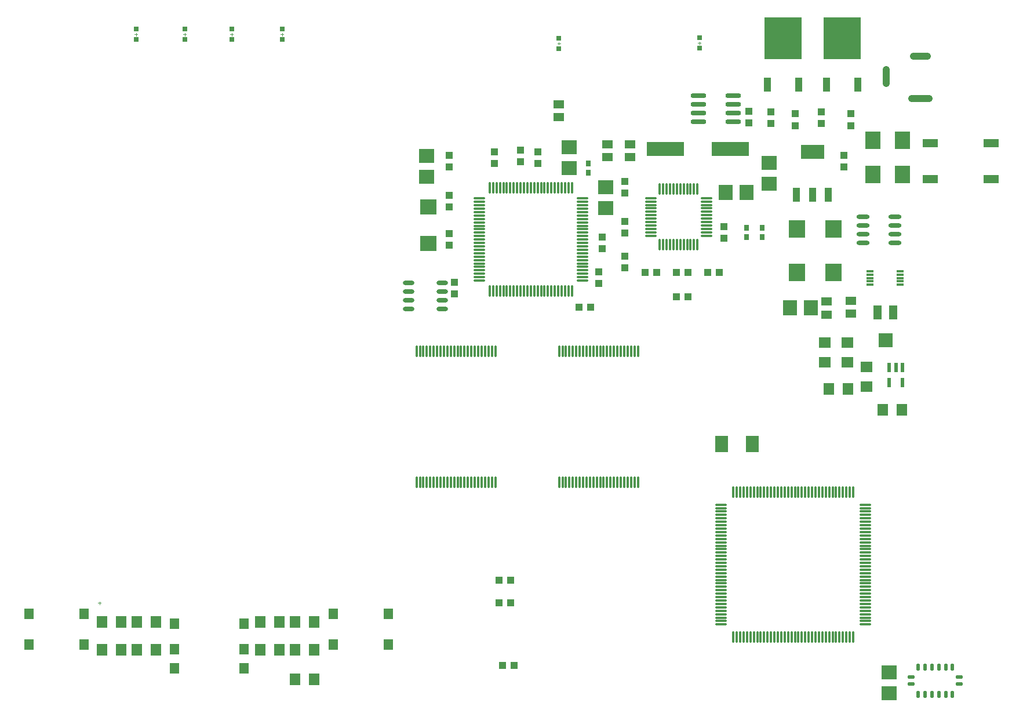
<source format=gtp>
G04 Layer_Color=8421504*
%FSLAX44Y44*%
%MOMM*%
G71*
G01*
G75*
%ADD10O,0.3000X1.7000*%
%ADD11R,1.1000X1.0000*%
%ADD12R,2.2000X2.6000*%
%ADD13R,1.0000X1.1000*%
%ADD14R,1.5000X1.3000*%
%ADD15O,0.3000X1.8000*%
%ADD16O,1.8000X0.3000*%
%ADD17R,2.4000X2.6000*%
%ADD18R,1.9000X2.4000*%
%ADD19R,1.4000X1.6000*%
%ADD20O,1.0500X0.5500*%
%ADD21O,0.5500X1.0500*%
%ADD22O,1.9000X0.6000*%
%ADD23R,1.0389X0.3404*%
%ADD24R,1.3000X2.0000*%
%ADD25R,2.0000X2.0000*%
%ADD26R,2.1844X1.2700*%
%ADD27R,0.8000X0.8000*%
%ADD28R,1.6000X1.8000*%
%ADD29R,1.8000X1.6000*%
%ADD30R,0.5500X1.4500*%
%ADD31R,0.5500X1.4500*%
%ADD32R,2.0000X2.2000*%
%ADD33O,1.7000X0.6000*%
%ADD34R,2.2000X2.0000*%
%ADD35R,0.8000X0.9000*%
%ADD36R,1.4000X1.5000*%
%ADD37O,2.3000X0.7000*%
%ADD38R,5.5000X2.0000*%
%ADD39R,2.4000X2.3000*%
%ADD40R,1.1000X2.1500*%
%ADD41R,1.1000X2.1500*%
%ADD42R,3.5000X2.1500*%
%ADD43R,5.4000X6.2000*%
%ADD44R,1.0000X2.1000*%
%ADD47C,0.1000*%
%ADD48C,1.0000*%
D10*
X541940Y282460D02*
D03*
X546940D02*
D03*
X551940D02*
D03*
X556940D02*
D03*
X561940D02*
D03*
X566940D02*
D03*
X571940D02*
D03*
X576940D02*
D03*
X581940D02*
D03*
X586940D02*
D03*
X591940D02*
D03*
X596940D02*
D03*
X601940D02*
D03*
X606940D02*
D03*
X611940D02*
D03*
X616940D02*
D03*
X621940D02*
D03*
X626940D02*
D03*
X631940D02*
D03*
X636940D02*
D03*
X641940D02*
D03*
X646940D02*
D03*
X651940D02*
D03*
X656940D02*
D03*
X541940Y474460D02*
D03*
X546940D02*
D03*
X551940D02*
D03*
X556940D02*
D03*
X561940D02*
D03*
X566940D02*
D03*
X571940D02*
D03*
X576940D02*
D03*
X581940D02*
D03*
X586940D02*
D03*
X591940D02*
D03*
X596940D02*
D03*
X601940D02*
D03*
X606940D02*
D03*
X611940D02*
D03*
X616940D02*
D03*
X621940D02*
D03*
X626940D02*
D03*
X631940D02*
D03*
X636940D02*
D03*
X641940D02*
D03*
X646940D02*
D03*
X651940D02*
D03*
X656940D02*
D03*
X865220Y474459D02*
D03*
X860220D02*
D03*
X855220D02*
D03*
X850220D02*
D03*
X845220D02*
D03*
X840220D02*
D03*
X835220D02*
D03*
X830220D02*
D03*
X825220D02*
D03*
X820220D02*
D03*
X815220D02*
D03*
X810220D02*
D03*
X805220D02*
D03*
X800220D02*
D03*
X795220D02*
D03*
X790220D02*
D03*
X785220D02*
D03*
X780220D02*
D03*
X775220D02*
D03*
X770220D02*
D03*
X765220D02*
D03*
X760220D02*
D03*
X755220D02*
D03*
X750220D02*
D03*
X865220Y282460D02*
D03*
X860220D02*
D03*
X855220D02*
D03*
X850220D02*
D03*
X845220D02*
D03*
X840220D02*
D03*
X835220D02*
D03*
X830220D02*
D03*
X825220D02*
D03*
X820220D02*
D03*
X815220D02*
D03*
X810220D02*
D03*
X805220D02*
D03*
X800220D02*
D03*
X795220D02*
D03*
X790220D02*
D03*
X785220D02*
D03*
X780220D02*
D03*
X775220D02*
D03*
X770220D02*
D03*
X765220D02*
D03*
X760220D02*
D03*
X755220D02*
D03*
X750220D02*
D03*
D11*
X778900Y538480D02*
D03*
X795900D02*
D03*
X667300Y15080D02*
D03*
X684300D02*
D03*
X679220Y139540D02*
D03*
X662220D02*
D03*
X679220Y106520D02*
D03*
X662220D02*
D03*
X875580Y589120D02*
D03*
X892580D02*
D03*
X938300D02*
D03*
X921300D02*
D03*
X938300Y553560D02*
D03*
X921300D02*
D03*
X983860Y589280D02*
D03*
X966860D02*
D03*
D12*
X1251660Y732680D02*
D03*
Y782680D02*
D03*
X1208640Y782520D02*
D03*
Y732520D02*
D03*
D13*
X807720Y590160D02*
D03*
Y573160D02*
D03*
X693580Y750800D02*
D03*
Y767800D02*
D03*
X845980Y705080D02*
D03*
Y722080D02*
D03*
Y663660D02*
D03*
Y646660D02*
D03*
X589440Y743180D02*
D03*
Y760180D02*
D03*
X596900Y557920D02*
D03*
Y574920D02*
D03*
X718980Y765260D02*
D03*
Y748260D02*
D03*
X589440Y628880D02*
D03*
Y645880D02*
D03*
Y684760D02*
D03*
Y701760D02*
D03*
X655480Y765260D02*
D03*
Y748260D02*
D03*
X812960Y623800D02*
D03*
Y640800D02*
D03*
X1027460Y824480D02*
D03*
Y807480D02*
D03*
X845980Y595860D02*
D03*
Y612860D02*
D03*
X990760Y656040D02*
D03*
Y639040D02*
D03*
X1176000Y820855D02*
D03*
Y803856D02*
D03*
X1094720D02*
D03*
Y820855D02*
D03*
X1059180Y823840D02*
D03*
Y806840D02*
D03*
X1132840Y823840D02*
D03*
Y806840D02*
D03*
X1165860Y743340D02*
D03*
Y760340D02*
D03*
D14*
X749300Y835000D02*
D03*
Y816000D02*
D03*
X1176020Y547980D02*
D03*
Y528980D02*
D03*
X820580Y757420D02*
D03*
Y776420D02*
D03*
X853600D02*
D03*
Y757420D02*
D03*
X1140818Y527814D02*
D03*
Y546814D02*
D03*
D15*
X648820Y712880D02*
D03*
X653820D02*
D03*
X658820D02*
D03*
X663820D02*
D03*
X668820D02*
D03*
X673820D02*
D03*
X678820D02*
D03*
X683820D02*
D03*
X688820D02*
D03*
X693820D02*
D03*
X698820D02*
D03*
X703820D02*
D03*
X708820D02*
D03*
X713820D02*
D03*
X718820D02*
D03*
X723820D02*
D03*
X728820D02*
D03*
X733820D02*
D03*
X738820D02*
D03*
X743820D02*
D03*
X748820D02*
D03*
X753820D02*
D03*
X758820D02*
D03*
X763820D02*
D03*
X768820D02*
D03*
Y561880D02*
D03*
X763820D02*
D03*
X758820D02*
D03*
X753820D02*
D03*
X748820D02*
D03*
X743820D02*
D03*
X738820D02*
D03*
X733820D02*
D03*
X728820D02*
D03*
X723820D02*
D03*
X718820D02*
D03*
X713820D02*
D03*
X708820D02*
D03*
X703820D02*
D03*
X698820D02*
D03*
X693820D02*
D03*
X688820D02*
D03*
X683820D02*
D03*
X678820D02*
D03*
X673820D02*
D03*
X668820D02*
D03*
X663820D02*
D03*
X658820D02*
D03*
X653820D02*
D03*
X648820D02*
D03*
X1004700Y268060D02*
D03*
X1009700D02*
D03*
X1014700D02*
D03*
X1019700D02*
D03*
X1024700D02*
D03*
X1029700D02*
D03*
X1034700D02*
D03*
X1039700D02*
D03*
X1044700D02*
D03*
X1049700D02*
D03*
X1054700D02*
D03*
X1059700D02*
D03*
X1064700D02*
D03*
X1069700D02*
D03*
X1074700D02*
D03*
X1079700D02*
D03*
X1084700D02*
D03*
X1089700D02*
D03*
X1094700D02*
D03*
X1099700D02*
D03*
X1104700D02*
D03*
X1109700D02*
D03*
X1114700D02*
D03*
X1119700D02*
D03*
X1124700D02*
D03*
X1129700D02*
D03*
X1134700D02*
D03*
X1139700D02*
D03*
X1144700D02*
D03*
X1149700D02*
D03*
X1154700D02*
D03*
X1159700D02*
D03*
X1164700D02*
D03*
X1169700D02*
D03*
X1174700D02*
D03*
X1179700D02*
D03*
Y57060D02*
D03*
X1174700D02*
D03*
X1169700D02*
D03*
X1164700D02*
D03*
X1159700D02*
D03*
X1154700D02*
D03*
X1149700D02*
D03*
X1144700D02*
D03*
X1139700D02*
D03*
X1134700D02*
D03*
X1129700D02*
D03*
X1124700D02*
D03*
X1119700D02*
D03*
X1114700D02*
D03*
X1109700D02*
D03*
X1104700D02*
D03*
X1099700D02*
D03*
X1094700D02*
D03*
X1089700D02*
D03*
X1084700D02*
D03*
X1079700D02*
D03*
X1074700D02*
D03*
X1069700D02*
D03*
X1064700D02*
D03*
X1059700D02*
D03*
X1054700D02*
D03*
X1049700D02*
D03*
X1044700D02*
D03*
X1039700D02*
D03*
X1034700D02*
D03*
X1029700D02*
D03*
X1024700D02*
D03*
X1019700D02*
D03*
X1014700D02*
D03*
X1009700D02*
D03*
X1004700D02*
D03*
X897220Y629900D02*
D03*
X902220D02*
D03*
X907220D02*
D03*
X912220D02*
D03*
X917220D02*
D03*
X922220D02*
D03*
X927220D02*
D03*
X932220D02*
D03*
X937220D02*
D03*
X942220D02*
D03*
X947220D02*
D03*
X952220D02*
D03*
Y710900D02*
D03*
X947220D02*
D03*
X942220D02*
D03*
X937220D02*
D03*
X932220D02*
D03*
X927220D02*
D03*
X922220D02*
D03*
X917220D02*
D03*
X912220D02*
D03*
X907220D02*
D03*
X902220D02*
D03*
X897220D02*
D03*
D16*
X784320Y697380D02*
D03*
Y692380D02*
D03*
Y687380D02*
D03*
Y682380D02*
D03*
Y677380D02*
D03*
Y672380D02*
D03*
Y667380D02*
D03*
Y662380D02*
D03*
Y657380D02*
D03*
Y652380D02*
D03*
Y647380D02*
D03*
Y642380D02*
D03*
Y637380D02*
D03*
Y632380D02*
D03*
Y627380D02*
D03*
Y622380D02*
D03*
Y617380D02*
D03*
Y612380D02*
D03*
Y607380D02*
D03*
Y602380D02*
D03*
Y597380D02*
D03*
Y592380D02*
D03*
Y587380D02*
D03*
Y582380D02*
D03*
Y577380D02*
D03*
X633320D02*
D03*
Y582380D02*
D03*
Y587380D02*
D03*
Y592380D02*
D03*
Y597380D02*
D03*
Y602380D02*
D03*
Y607380D02*
D03*
Y612380D02*
D03*
Y617380D02*
D03*
Y622380D02*
D03*
Y627380D02*
D03*
Y632380D02*
D03*
Y637380D02*
D03*
Y642380D02*
D03*
Y647380D02*
D03*
Y652380D02*
D03*
Y657380D02*
D03*
Y662380D02*
D03*
Y667380D02*
D03*
Y672380D02*
D03*
Y677380D02*
D03*
Y682380D02*
D03*
Y687380D02*
D03*
Y692380D02*
D03*
Y697380D02*
D03*
X1197700Y250060D02*
D03*
Y245060D02*
D03*
Y240060D02*
D03*
Y235060D02*
D03*
Y230060D02*
D03*
Y225060D02*
D03*
Y220060D02*
D03*
Y215060D02*
D03*
Y210060D02*
D03*
Y205060D02*
D03*
Y200060D02*
D03*
Y195060D02*
D03*
Y190060D02*
D03*
Y185060D02*
D03*
Y180060D02*
D03*
Y175060D02*
D03*
Y170060D02*
D03*
Y165060D02*
D03*
Y160060D02*
D03*
Y155060D02*
D03*
Y150060D02*
D03*
Y145060D02*
D03*
Y140060D02*
D03*
Y135060D02*
D03*
Y130060D02*
D03*
Y125060D02*
D03*
Y120060D02*
D03*
Y115060D02*
D03*
Y110060D02*
D03*
Y105060D02*
D03*
Y100060D02*
D03*
Y95060D02*
D03*
Y90060D02*
D03*
Y85060D02*
D03*
Y80060D02*
D03*
Y75060D02*
D03*
X986700D02*
D03*
Y80060D02*
D03*
Y85060D02*
D03*
Y90060D02*
D03*
Y95060D02*
D03*
Y100060D02*
D03*
Y105060D02*
D03*
Y110060D02*
D03*
Y115060D02*
D03*
Y120060D02*
D03*
Y125060D02*
D03*
Y130060D02*
D03*
Y135060D02*
D03*
Y140060D02*
D03*
Y145060D02*
D03*
Y150060D02*
D03*
Y155060D02*
D03*
Y160060D02*
D03*
Y165060D02*
D03*
Y170060D02*
D03*
Y175060D02*
D03*
Y180060D02*
D03*
Y185060D02*
D03*
Y190060D02*
D03*
Y195060D02*
D03*
Y200060D02*
D03*
Y205060D02*
D03*
Y210060D02*
D03*
Y215060D02*
D03*
Y220060D02*
D03*
Y225060D02*
D03*
Y230060D02*
D03*
Y235060D02*
D03*
Y240060D02*
D03*
Y245060D02*
D03*
Y250060D02*
D03*
X884220Y697900D02*
D03*
Y692900D02*
D03*
Y687900D02*
D03*
Y682900D02*
D03*
Y677900D02*
D03*
Y672900D02*
D03*
Y667900D02*
D03*
Y662900D02*
D03*
Y657900D02*
D03*
Y652900D02*
D03*
Y647900D02*
D03*
Y642900D02*
D03*
X965220D02*
D03*
Y647900D02*
D03*
Y652900D02*
D03*
Y657900D02*
D03*
Y662900D02*
D03*
Y667900D02*
D03*
Y672900D02*
D03*
Y677900D02*
D03*
Y682900D02*
D03*
Y687900D02*
D03*
Y692900D02*
D03*
Y697900D02*
D03*
D17*
X1150978Y653134D02*
D03*
Y589134D02*
D03*
X1097638Y653134D02*
D03*
Y589134D02*
D03*
D18*
X987520Y338940D02*
D03*
X1032520D02*
D03*
D19*
X-23960Y90560D02*
D03*
Y45560D02*
D03*
X56040D02*
D03*
Y90560D02*
D03*
X500540D02*
D03*
Y45560D02*
D03*
X420540D02*
D03*
Y90560D02*
D03*
D20*
X1264574Y-12074D02*
D03*
Y-2074D02*
D03*
X1335075D02*
D03*
Y-12074D02*
D03*
D21*
X1274824Y12676D02*
D03*
X1284824D02*
D03*
X1294824D02*
D03*
X1304825D02*
D03*
X1314825D02*
D03*
X1324825D02*
D03*
Y-26824D02*
D03*
X1314825D02*
D03*
X1304825D02*
D03*
X1294824D02*
D03*
X1284824D02*
D03*
X1274824D02*
D03*
D22*
X1193798Y670584D02*
D03*
Y657884D02*
D03*
Y645184D02*
D03*
Y632484D02*
D03*
X1240798Y670584D02*
D03*
Y657884D02*
D03*
Y645184D02*
D03*
Y632484D02*
D03*
D23*
X1204498Y591214D02*
D03*
Y586210D02*
D03*
Y581206D02*
D03*
Y576203D02*
D03*
Y571199D02*
D03*
X1248491D02*
D03*
Y576203D02*
D03*
Y581206D02*
D03*
Y586210D02*
D03*
Y591214D02*
D03*
D24*
X1238320Y530540D02*
D03*
X1215320D02*
D03*
D25*
X1226820Y490540D02*
D03*
D26*
X1292460Y777840D02*
D03*
Y725770D02*
D03*
X1381360D02*
D03*
Y777840D02*
D03*
D27*
X955200Y931900D02*
D03*
Y916900D02*
D03*
X749780Y916160D02*
D03*
Y931160D02*
D03*
X132240Y929600D02*
D03*
Y944600D02*
D03*
X345600D02*
D03*
Y929600D02*
D03*
X271940Y944600D02*
D03*
Y929600D02*
D03*
X203360Y944600D02*
D03*
Y929600D02*
D03*
D28*
X1172240Y419100D02*
D03*
X1144240D02*
D03*
X1250980Y388620D02*
D03*
X1222980D02*
D03*
X392620Y78580D02*
D03*
X364620D02*
D03*
X161480Y37940D02*
D03*
X133480D02*
D03*
X110680D02*
D03*
X82680D02*
D03*
X313820Y78580D02*
D03*
X341820D02*
D03*
X161480Y78580D02*
D03*
X133480D02*
D03*
X392620Y37940D02*
D03*
X364620D02*
D03*
X82680Y78580D02*
D03*
X110680D02*
D03*
X392620Y-5239D02*
D03*
X364620D02*
D03*
X341820Y37940D02*
D03*
X313820D02*
D03*
D29*
X1137920Y486440D02*
D03*
Y458440D02*
D03*
X1170940Y486440D02*
D03*
Y458440D02*
D03*
X1198880Y450880D02*
D03*
Y422880D02*
D03*
D30*
X1251560Y450170D02*
D03*
D31*
X1242060D02*
D03*
X1232560D02*
D03*
Y428670D02*
D03*
X1251560D02*
D03*
D32*
X1087718Y537314D02*
D03*
X1117718D02*
D03*
X1023540Y705960D02*
D03*
X993540D02*
D03*
D33*
X579340Y535750D02*
D03*
Y548450D02*
D03*
Y561150D02*
D03*
Y573850D02*
D03*
X530340Y535750D02*
D03*
Y548450D02*
D03*
Y561150D02*
D03*
Y573850D02*
D03*
D34*
X764700Y741760D02*
D03*
Y771760D02*
D03*
X556260Y759220D02*
D03*
Y729220D02*
D03*
X818040Y713340D02*
D03*
Y683340D02*
D03*
X1056640Y749060D02*
D03*
Y719060D02*
D03*
X1231899Y4840D02*
D03*
Y-25160D02*
D03*
D35*
X792640Y734520D02*
D03*
Y748520D02*
D03*
X1046640Y640540D02*
D03*
Y654540D02*
D03*
X1023780Y640540D02*
D03*
Y654540D02*
D03*
D36*
X290120Y39040D02*
D03*
Y76040D02*
D03*
Y11040D02*
D03*
X188120Y39040D02*
D03*
Y11040D02*
D03*
Y76040D02*
D03*
D37*
X1004700Y809630D02*
D03*
Y822330D02*
D03*
Y835030D02*
D03*
Y847730D02*
D03*
X953700Y809630D02*
D03*
Y822330D02*
D03*
Y835030D02*
D03*
Y847730D02*
D03*
D38*
X1000160Y769460D02*
D03*
X905160D02*
D03*
D39*
X559380Y631820D02*
D03*
Y684820D02*
D03*
D40*
X1097140Y703060D02*
D03*
X1143140D02*
D03*
D41*
X1120140D02*
D03*
D42*
Y765060D02*
D03*
D43*
X1163980Y931450D02*
D03*
X1077620D02*
D03*
D44*
X1186830Y863950D02*
D03*
X1141130D02*
D03*
X1054770D02*
D03*
X1100470D02*
D03*
D47*
X76900Y106520D02*
X80900D01*
X78900Y104520D02*
Y108520D01*
X953200Y924400D02*
X957200D01*
X955200Y922400D02*
Y926400D01*
X749780Y921660D02*
Y925660D01*
X747780Y923660D02*
X751780D01*
X132240Y935100D02*
Y939100D01*
X130240Y937100D02*
X134240D01*
X343600D02*
X347600D01*
X345600Y935100D02*
Y939100D01*
X269940Y937100D02*
X273940D01*
X271940Y935100D02*
Y939100D01*
X201360Y937100D02*
X205360D01*
X203360Y935100D02*
Y939100D01*
D48*
X1265280Y843280D02*
X1290280D01*
X1227780Y865281D02*
Y885280D01*
X1267780Y905280D02*
X1287780D01*
M02*

</source>
